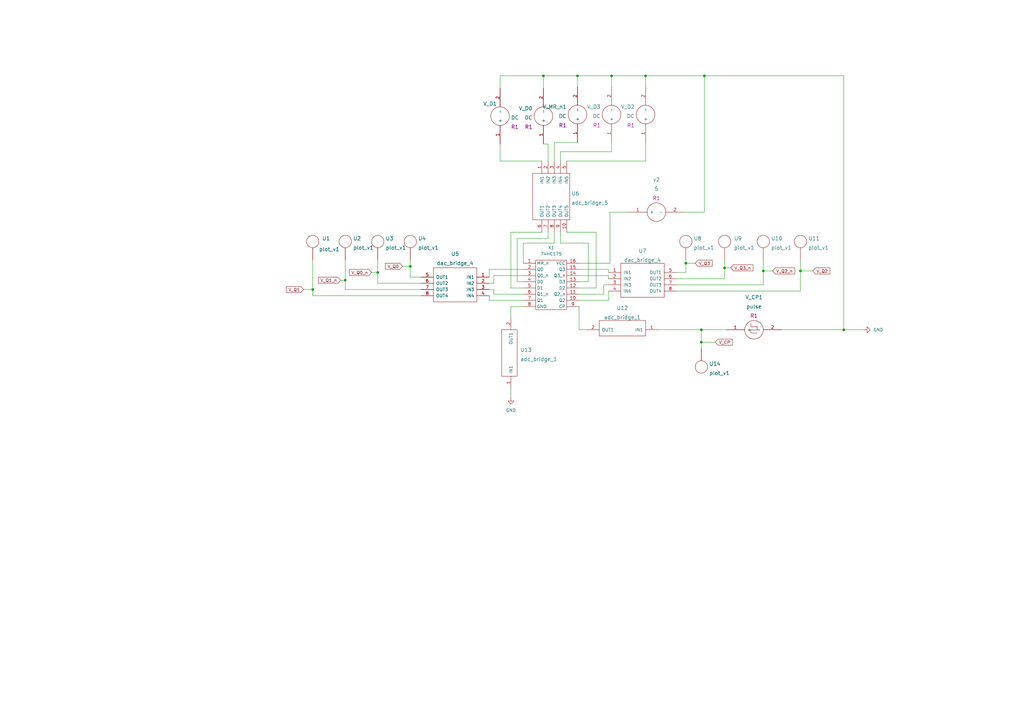
<source format=kicad_sch>
(kicad_sch (version 20211123) (generator eeschema)
  (paper "A3")
  (lib_symbols
    (symbol "eSim_Hybrid:adc_bridge_1" (pin_names (offset 1.016))
      (property "Reference" "U" (at 0 0 0))
      (property "Value" "adc_bridge_1" (at 0 3.81 0))
      (symbol "adc_bridge_1_0_1"
        (rectangle (start -10.16 5.08) (end 8.89 -1.27))
      )
      (symbol "adc_bridge_1_1_1"
        (pin input line (at -15.24 1.27 0) (length 5.08) (name "IN1") (number "1"))
        (pin output line (at 13.97 1.27 180) (length 5.08) (name "OUT1") (number "2"))
      )
    )
    (symbol "eSim_Hybrid:adc_bridge_5" (pin_names (offset 1.016))
      (property "Reference" "U" (at 0 0 0))
      (property "Value" "adc_bridge_5" (at 0 3.81 0))
      (symbol "adc_bridge_5_0_1"
        (rectangle (start -10.16 5.08) (end 8.89 -10.16))
      )
      (symbol "adc_bridge_5_1_1"
        (pin input line (at -15.24 1.27 0) (length 5.08) (name "IN1") (number "1"))
        (pin output line (at 13.97 -8.89 180) (length 5.08) (name "OUT5") (number "10"))
        (pin input line (at -15.24 -1.27 0) (length 5.08) (name "IN2") (number "2"))
        (pin input line (at -15.24 -3.81 0) (length 5.08) (name "IN3") (number "3"))
        (pin input line (at -15.24 -6.35 0) (length 5.08) (name "IN4") (number "4"))
        (pin input line (at -15.24 -8.89 0) (length 5.08) (name "IN5") (number "5"))
        (pin output line (at 13.97 1.27 180) (length 5.08) (name "OUT1") (number "6"))
        (pin output line (at 13.97 -1.27 180) (length 5.08) (name "OUT2") (number "7"))
        (pin output line (at 13.97 -3.81 180) (length 5.08) (name "OUT3") (number "8"))
        (pin output line (at 13.97 -6.35 180) (length 5.08) (name "OUT4") (number "9"))
      )
    )
    (symbol "eSim_Hybrid:dac_bridge_4" (pin_names (offset 1.016))
      (property "Reference" "U" (at 0 0 0))
      (property "Value" "dac_bridge_4" (at 0 7.62 0))
      (symbol "dac_bridge_4_0_1"
        (rectangle (start -8.89 8.89) (end 8.89 -5.08))
      )
      (symbol "dac_bridge_4_1_1"
        (pin input line (at -13.97 5.08 0) (length 5.08) (name "IN1") (number "1"))
        (pin input line (at -13.97 2.54 0) (length 5.08) (name "IN2") (number "2"))
        (pin input line (at -13.97 0 0) (length 5.08) (name "IN3") (number "3"))
        (pin input line (at -13.97 -2.54 0) (length 5.08) (name "IN4") (number "4"))
        (pin output line (at 13.97 5.08 180) (length 5.08) (name "OUT1") (number "5"))
        (pin output line (at 13.97 2.54 180) (length 5.08) (name "OUT2") (number "6"))
        (pin output line (at 13.97 0 180) (length 5.08) (name "OUT3") (number "7"))
        (pin output line (at 13.97 -2.54 180) (length 5.08) (name "OUT4") (number "8"))
      )
    )
    (symbol "eSim_Plot:plot_v1" (pin_names (offset 1.016))
      (property "Reference" "U" (at 0 12.7 0))
      (property "Value" "plot_v1" (at 5.08 8.89 0))
      (symbol "plot_v1_0_1"
        (circle (center 0 12.7) (radius 2.54))
      )
      (symbol "plot_v1_1_1"
        (pin input line (at 0 5.08 90) (length 5.08) (name "~") (number "~"))
      )
    )
    (symbol "eSim_Power:eSim_GND" (power) (pin_names (offset 0))
      (property "Value" "eSim_GND" (at 0 -3.81 0))
      (symbol "eSim_GND_0_1"
        (polyline (pts (xy 0 0) (xy 0 -1.27) (xy 1.27 -1.27) (xy 0 -2.54) (xy -1.27 -1.27) (xy 0 -1.27)))
      )
      (symbol "eSim_GND_1_1"
        (pin power_in line (at 0 0 270) (length 0) hide (name "GND") (number "1"))
      )
    )
    (symbol "eSim_Sources:DC" (pin_names (offset 1.016))
      (property "Reference" "v" (at -5.08 2.54 0))
      (property "Value" "DC" (at -5.08 -1.27 0))
      (property "Footprint" "R1" (at -7.62 0 0))
      (symbol "DC_0_1"
        (circle (center 0 0) (radius 3.81))
      )
      (symbol "DC_1_1"
        (pin power_out line (at 0 11.43 270) (length 7.62) (name "+") (number "1"))
        (pin bidirectional line (at 0 -11.43 90) (length 7.62) (name "-") (number "2"))
      )
    )
    (symbol "eSim_Sources:pulse" (pin_names (offset 1.016))
      (property "Reference" "v" (at -5.08 2.54 0))
      (property "Value" "pulse" (at -5.08 -1.27 0))
      (property "Footprint" "R1" (at -7.62 0 0))
      (symbol "pulse_0_1"
        (arc (start -1.27 1.27) (mid -1.3491 0) (end -1.27 -1.27))
        (arc (start 0 -1.27) (mid 0.635 -1.2876) (end 1.27 -1.27))
        (circle (center 0 0) (radius 3.81))
        (arc (start 0 1.27) (mid -0.635 1.2859) (end -1.27 1.27))
        (arc (start 0 1.27) (mid -0.0703 0) (end 0 -1.27))
        (arc (start 1.27 1.27) (mid 1.2124 0) (end 1.27 -1.27))
        (arc (start 1.27 1.27) (mid 1.905 1.2556) (end 2.54 1.27))
      )
      (symbol "pulse_1_1"
        (pin passive line (at 0 11.43 270) (length 7.62) (name "+") (number "1"))
        (pin passive line (at 0 -11.43 90) (length 7.62) (name "-") (number "2"))
      )
    )
    (symbol "eSim_Subckt:74HC175"
      (property "Reference" "X" (at 0 -15.24 0))
      (property "Value" "74HC175" (at 0 7.62 0))
      (symbol "74HC175_0_1"
        (rectangle (start -6.35 6.35) (end 6.35 -13.97))
      )
      (symbol "74HC175_1_1"
        (pin input line (at -11.43 5.08 0) (length 5.03) (name "MR_n") (number "1"))
        (pin output line (at 11.43 -10.16 180) (length 5.03) (name "Q2") (number "10"))
        (pin output line (at 11.43 -7.62 180) (length 5.03) (name "Q2_n") (number "11"))
        (pin input line (at 11.43 -5.08 180) (length 5.03) (name "D2") (number "12"))
        (pin input line (at 11.43 -2.54 180) (length 5.03) (name "D3") (number "13"))
        (pin output line (at 11.43 0 180) (length 5.03) (name "Q3_n") (number "14"))
        (pin output line (at 11.43 2.54 180) (length 5.03) (name "Q3") (number "15"))
        (pin power_in line (at 11.43 5.08 180) (length 5.03) (name "VCC") (number "16"))
        (pin output line (at -11.43 2.54 0) (length 5.03) (name "Q0") (number "2"))
        (pin output line (at -11.43 0 0) (length 5.03) (name "Q0_n") (number "3"))
        (pin input line (at -11.43 -2.54 0) (length 5.03) (name "D0") (number "4"))
        (pin input line (at -11.43 -5.08 0) (length 5.03) (name "D1") (number "5"))
        (pin output line (at -11.43 -7.62 0) (length 5.03) (name "Q1_n") (number "6"))
        (pin output line (at -11.43 -10.16 0) (length 5.03) (name "Q1") (number "7"))
        (pin power_in line (at -11.43 -12.7 0) (length 5.03) (name "GND") (number "8"))
        (pin input line (at 11.43 -12.7 180) (length 5.03) (name "CP") (number "9"))
      )
    )
  )
  (junction (at 264.795 31.115))
  (junction (at 154.94 111.76))
  (junction (at 281.305 107.95))
  (junction (at 288.925 31.115))
  (junction (at 222.885 31.115))
  (junction (at 250.825 31.115))
  (junction (at 168.275 109.22))
  (junction (at 313.055 111.125))
  (junction (at 287.655 135.255))
  (junction (at 346.075 135.255))
  (junction (at 297.18 109.855))
  (junction (at 141.605 114.935))
  (junction (at 128.27 118.745))
  (junction (at 328.295 111.125))
  (junction (at 236.855 31.115))
  (junction (at 287.655 140.335))
  (wire (pts (xy 209.55 95.25) (xy 222.25 95.25)))
  (wire (pts (xy 224.79 59.055) (xy 222.885 59.055)))
  (wire (pts (xy 287.655 135.255) (xy 269.875 135.255)))
  (wire (pts (xy 209.55 118.11) (xy 209.55 95.25)))
  (wire (pts (xy 212.09 97.79) (xy 224.79 97.79)))
  (wire (pts (xy 229.87 99.695) (xy 229.87 95.25)))
  (wire (pts (xy 229.87 62.23) (xy 250.825 62.23)))
  (wire (pts (xy 205.105 66.04) (xy 205.105 59.055)))
  (wire (pts (xy 165.1 109.22) (xy 168.275 109.22)))
  (wire (pts (xy 141.605 118.745) (xy 141.605 114.935)))
  (wire (pts (xy 214.63 99.695) (xy 227.33 99.695)))
  (wire (pts (xy 277.495 114.3) (xy 297.18 114.3)))
  (wire (pts (xy 224.79 66.04) (xy 224.79 59.055)))
  (wire (pts (xy 224.79 97.79) (xy 224.79 95.25)))
  (wire (pts (xy 244.475 95.25) (xy 232.41 95.25)))
  (wire (pts (xy 209.55 125.73) (xy 209.55 130.175)))
  (wire (pts (xy 346.075 31.115) (xy 346.075 135.255)))
  (wire (pts (xy 227.33 99.695) (xy 227.33 95.25)))
  (wire (pts (xy 232.41 66.04) (xy 264.795 66.04)))
  (wire (pts (xy 214.63 115.57) (xy 212.09 115.57)))
  (wire (pts (xy 264.795 58.42) (xy 264.795 66.04)))
  (wire (pts (xy 247.65 120.65) (xy 247.65 116.84)))
  (wire (pts (xy 202.565 120.65) (xy 202.565 118.745)))
  (wire (pts (xy 287.655 140.335) (xy 293.37 140.335)))
  (wire (pts (xy 200.66 110.49) (xy 200.66 113.665)))
  (wire (pts (xy 281.305 107.95) (xy 285.115 107.95)))
  (wire (pts (xy 328.295 111.125) (xy 328.295 106.68)))
  (wire (pts (xy 152.4 111.76) (xy 154.94 111.76)))
  (wire (pts (xy 202.565 118.745) (xy 200.66 118.745)))
  (wire (pts (xy 328.295 111.125) (xy 333.375 111.125)))
  (wire (pts (xy 249.555 123.19) (xy 249.555 119.38)))
  (wire (pts (xy 214.63 120.65) (xy 202.565 120.65)))
  (wire (pts (xy 244.475 118.11) (xy 244.475 95.25)))
  (wire (pts (xy 288.925 31.115) (xy 346.075 31.115)))
  (wire (pts (xy 237.49 110.49) (xy 249.555 110.49)))
  (wire (pts (xy 281.305 107.95) (xy 281.305 106.68)))
  (wire (pts (xy 264.795 31.115) (xy 264.795 35.56)))
  (wire (pts (xy 277.495 111.76) (xy 281.305 111.76)))
  (wire (pts (xy 287.655 140.335) (xy 287.655 142.875)))
  (wire (pts (xy 229.87 66.04) (xy 229.87 62.23)))
  (wire (pts (xy 212.09 115.57) (xy 212.09 97.79)))
  (wire (pts (xy 280.67 86.995) (xy 288.925 86.995)))
  (wire (pts (xy 288.925 86.995) (xy 288.925 31.115)))
  (wire (pts (xy 297.815 135.255) (xy 287.655 135.255)))
  (wire (pts (xy 214.63 118.11) (xy 209.55 118.11)))
  (wire (pts (xy 205.105 36.195) (xy 205.105 31.115)))
  (wire (pts (xy 139.7 114.935) (xy 141.605 114.935)))
  (wire (pts (xy 222.25 66.04) (xy 205.105 66.04)))
  (wire (pts (xy 237.49 118.11) (xy 244.475 118.11)))
  (wire (pts (xy 277.495 119.38) (xy 328.295 119.38)))
  (wire (pts (xy 128.27 121.285) (xy 128.27 118.745)))
  (wire (pts (xy 172.72 118.745) (xy 141.605 118.745)))
  (wire (pts (xy 313.055 111.125) (xy 313.055 106.68)))
  (wire (pts (xy 297.18 109.855) (xy 297.18 106.68)))
  (wire (pts (xy 124.46 118.745) (xy 128.27 118.745)))
  (wire (pts (xy 313.055 116.84) (xy 313.055 111.125)))
  (wire (pts (xy 214.63 113.03) (xy 202.565 113.03)))
  (wire (pts (xy 214.63 123.19) (xy 200.66 123.19)))
  (wire (pts (xy 328.295 119.38) (xy 328.295 111.125)))
  (wire (pts (xy 237.49 135.255) (xy 237.49 125.73)))
  (wire (pts (xy 237.49 113.03) (xy 249.555 113.03)))
  (wire (pts (xy 154.94 116.205) (xy 154.94 111.76)))
  (wire (pts (xy 214.63 125.73) (xy 209.55 125.73)))
  (wire (pts (xy 277.495 116.84) (xy 313.055 116.84)))
  (wire (pts (xy 154.94 111.76) (xy 154.94 106.68)))
  (wire (pts (xy 200.66 123.19) (xy 200.66 121.285)))
  (wire (pts (xy 209.55 159.385) (xy 209.55 163.195)))
  (wire (pts (xy 247.65 116.84) (xy 249.555 116.84)))
  (wire (pts (xy 237.49 115.57) (xy 241.3 115.57)))
  (wire (pts (xy 172.72 116.205) (xy 154.94 116.205)))
  (wire (pts (xy 281.305 111.76) (xy 281.305 107.95)))
  (wire (pts (xy 205.105 31.115) (xy 222.885 31.115)))
  (wire (pts (xy 346.075 135.255) (xy 354.33 135.255)))
  (wire (pts (xy 222.885 31.115) (xy 236.855 31.115)))
  (wire (pts (xy 168.275 109.22) (xy 168.275 106.68)))
  (wire (pts (xy 250.825 62.23) (xy 250.825 58.42)))
  (wire (pts (xy 214.63 110.49) (xy 200.66 110.49)))
  (wire (pts (xy 128.27 118.745) (xy 128.27 106.68)))
  (wire (pts (xy 222.885 31.115) (xy 222.885 36.195)))
  (wire (pts (xy 250.19 107.95) (xy 250.19 86.995)))
  (wire (pts (xy 241.3 115.57) (xy 241.3 99.695)))
  (wire (pts (xy 237.49 107.95) (xy 250.19 107.95)))
  (wire (pts (xy 250.19 86.995) (xy 257.81 86.995)))
  (wire (pts (xy 287.655 135.255) (xy 287.655 140.335)))
  (wire (pts (xy 250.825 31.115) (xy 264.795 31.115)))
  (wire (pts (xy 172.72 113.665) (xy 168.275 113.665)))
  (wire (pts (xy 172.72 121.285) (xy 128.27 121.285)))
  (wire (pts (xy 227.33 66.04) (xy 227.33 58.42)))
  (wire (pts (xy 168.275 113.665) (xy 168.275 109.22)))
  (wire (pts (xy 202.565 116.205) (xy 200.66 116.205)))
  (wire (pts (xy 346.075 135.255) (xy 320.675 135.255)))
  (wire (pts (xy 250.825 31.115) (xy 250.825 35.56)))
  (wire (pts (xy 236.855 31.115) (xy 250.825 31.115)))
  (wire (pts (xy 141.605 114.935) (xy 141.605 106.68)))
  (wire (pts (xy 202.565 113.03) (xy 202.565 116.205)))
  (wire (pts (xy 236.855 31.115) (xy 236.855 35.56)))
  (wire (pts (xy 297.18 114.3) (xy 297.18 109.855)))
  (wire (pts (xy 313.055 111.125) (xy 316.865 111.125)))
  (wire (pts (xy 214.63 107.95) (xy 214.63 99.695)))
  (wire (pts (xy 297.18 109.855) (xy 299.72 109.855)))
  (wire (pts (xy 237.49 123.19) (xy 249.555 123.19)))
  (wire (pts (xy 241.3 99.695) (xy 229.87 99.695)))
  (wire (pts (xy 288.925 31.115) (xy 264.795 31.115)))
  (wire (pts (xy 237.49 120.65) (xy 247.65 120.65)))
  (wire (pts (xy 227.33 58.42) (xy 236.855 58.42)))
  (wire (pts (xy 249.555 110.49) (xy 249.555 111.76)))
  (wire (pts (xy 249.555 113.03) (xy 249.555 114.3)))
  (wire (pts (xy 240.665 135.255) (xy 237.49 135.255)))
  (global_label "V_Q2_n" (shape input) (at 316.865 111.125 0) (property "Intersheet References" "${INTERSHEET_REFS}" (effects hide)))
  (global_label "V_Q0" (shape input) (at 165.1 109.22 180) (property "Intersheet References" "${INTERSHEET_REFS}" (effects hide)))
  (global_label "V_CP" (shape input) (at 293.37 140.335 0) (property "Intersheet References" "${INTERSHEET_REFS}" (effects hide)))
  (global_label "V_Q2" (shape input) (at 333.375 111.125 0) (property "Intersheet References" "${INTERSHEET_REFS}" (effects hide)))
  (global_label "V_Q0_n" (shape input) (at 152.4 111.76 180) (property "Intersheet References" "${INTERSHEET_REFS}" (effects hide)))
  (global_label "V_Q3_n" (shape input) (at 299.72 109.855 0) (property "Intersheet References" "${INTERSHEET_REFS}" (effects hide)))
  (global_label "V_Q3" (shape input) (at 285.115 107.95 0) (property "Intersheet References" "${INTERSHEET_REFS}" (effects hide)))
  (global_label "V_Q1" (shape input) (at 124.46 118.745 180) (property "Intersheet References" "${INTERSHEET_REFS}" (effects hide)))
  (global_label "V_Q1_n" (shape input) (at 139.7 114.935 180) (property "Intersheet References" "${INTERSHEET_REFS}" (effects hide)))
  (symbol (lib_id "eSim_Sources:DC") (at 236.855 46.99 0) (mirror x) (unit 1)
    (property "Reference" "V_MR_n1" (at 232.41 43.815 0) (effects (font (size 1.524 1.524)) (justify right)))
    (property "Value" "DC" (at 232.41 47.625 0) (effects (font (size 1.524 1.524)) (justify right)))
    (property "Footprint" "R1" (at 232.41 51.435 0) (effects (font (size 1.524 1.524)) (justify right)))
  )
  (symbol (lib_id "eSim_Plot:plot_v1") (at 313.055 111.76 0) (unit 1)
    (property "Reference" "U10" (at 316.23 97.79 0) (effects (font (size 1.524 1.524)) (justify left)))
    (property "Value" "plot_v1" (at 316.23 101.6 0) (effects (font (size 1.524 1.524)) (justify left)))
  )
  (symbol (lib_id "eSim_Hybrid:adc_bridge_1") (at 254.635 136.525 0) (mirror y) (unit 1)
    (property "Reference" "U12" (at 255.27 126.365 0) (effects (font (size 1.524 1.524))))
    (property "Value" "adc_bridge_1" (at 255.27 130.175 0) (effects (font (size 1.524 1.524))))
  )
  (symbol (lib_id "eSim_Plot:plot_v1") (at 154.94 111.76 0) (unit 1)
    (property "Reference" "U3" (at 158.115 97.79 0) (effects (font (size 1.524 1.524)) (justify left)))
    (property "Value" "plot_v1" (at 158.115 101.6 0) (effects (font (size 1.524 1.524)) (justify left)))
  )
  (symbol (lib_id "eSim_Sources:pulse") (at 309.245 135.255 90) (unit 1)
    (property "Reference" "V_CP1" (at 309.245 121.92 90) (effects (font (size 1.524 1.524))))
    (property "Value" "pulse" (at 309.245 125.73 90) (effects (font (size 1.524 1.524))))
    (property "Footprint" "R1" (at 309.245 129.54 90) (effects (font (size 1.524 1.524))))
  )
  (symbol (lib_id "eSim_Hybrid:dac_bridge_4") (at 263.525 116.84 0) (unit 1)
    (property "Reference" "U7" (at 263.525 102.87 0) (effects (font (size 1.524 1.524))))
    (property "Value" "dac_bridge_4" (at 263.525 106.68 0) (effects (font (size 1.524 1.524))))
  )
  (symbol (lib_id "eSim_Subckt:74HC175") (at 226.06 113.03 0) (unit 1)
    (property "Reference" "X1" (at 226.06 101.6 0))
    (property "Value" "74HC175" (at 226.06 104.14 0))
  )
  (symbol (lib_id "eSim_Sources:DC") (at 222.885 47.625 0) (mirror x) (unit 1)
    (property "Reference" "V_D0" (at 218.44 44.45 0) (effects (font (size 1.524 1.524)) (justify right)))
    (property "Value" "DC" (at 218.44 48.26 0) (effects (font (size 1.524 1.524)) (justify right)))
    (property "Footprint" "R1" (at 218.44 52.07 0) (effects (font (size 1.524 1.524)) (justify right)))
  )
  (symbol (lib_id "eSim_Plot:plot_v1") (at 328.295 111.76 0) (unit 1)
    (property "Reference" "U11" (at 331.47 97.79 0) (effects (font (size 1.524 1.524)) (justify left)))
    (property "Value" "plot_v1" (at 331.47 101.6 0) (effects (font (size 1.524 1.524)) (justify left)))
  )
  (symbol (lib_id "eSim_Plot:plot_v1") (at 168.275 111.76 0) (unit 1)
    (property "Reference" "U4" (at 171.45 97.79 0) (effects (font (size 1.524 1.524)) (justify left)))
    (property "Value" "plot_v1" (at 171.45 101.6 0) (effects (font (size 1.524 1.524)) (justify left)))
  )
  (symbol (lib_id "eSim_Hybrid:dac_bridge_4") (at 186.69 118.745 0) (mirror y) (unit 1)
    (property "Reference" "U5" (at 186.69 104.14 0) (effects (font (size 1.524 1.524))))
    (property "Value" "dac_bridge_4" (at 186.69 107.95 0) (effects (font (size 1.524 1.524))))
  )
  (symbol (lib_id "eSim_Hybrid:adc_bridge_5") (at 223.52 81.28 90) (mirror x) (unit 1)
    (property "Reference" "U6" (at 234.315 79.375 90) (effects (font (size 1.524 1.524)) (justify right)))
    (property "Value" "adc_bridge_5" (at 234.315 83.185 90) (effects (font (size 1.524 1.524)) (justify right)))
  )
  (symbol (lib_id "eSim_Power:eSim_GND") (at 209.55 163.195 0) (unit 1)
    (property "Reference" "#PWR02" (effects hide))
    (property "Value" "eSim_GND" (at 209.55 168.275 0))
  )
  (symbol (lib_id "eSim_Hybrid:adc_bridge_1") (at 210.82 144.145 90) (unit 1)
    (property "Reference" "U13" (at 213.36 143.51 90) (effects (font (size 1.524 1.524)) (justify right)))
    (property "Value" "adc_bridge_1" (at 213.36 147.32 90) (effects (font (size 1.524 1.524)) (justify right)))
  )
  (symbol (lib_id "eSim_Plot:plot_v1") (at 287.655 137.795 180) (unit 1)
    (property "Reference" "U14" (at 290.83 149.225 0) (effects (font (size 1.524 1.524)) (justify right)))
    (property "Value" "plot_v1" (at 290.83 153.035 0) (effects (font (size 1.524 1.524)) (justify right)))
  )
  (symbol (lib_id "eSim_Plot:plot_v1") (at 297.18 111.76 0) (unit 1)
    (property "Reference" "U9" (at 300.99 97.79 0) (effects (font (size 1.524 1.524)) (justify left)))
    (property "Value" "plot_v1" (at 300.99 101.6 0) (effects (font (size 1.524 1.524)) (justify left)))
  )
  (symbol (lib_id "eSim_Sources:DC") (at 250.825 46.99 0) (mirror x) (unit 1)
    (property "Reference" "V_D3" (at 246.38 43.815 0) (effects (font (size 1.524 1.524)) (justify right)))
    (property "Value" "DC" (at 246.38 47.625 0) (effects (font (size 1.524 1.524)) (justify right)))
    (property "Footprint" "R1" (at 246.38 51.435 0) (effects (font (size 1.524 1.524)) (justify right)))
  )
  (symbol (lib_id "eSim_Sources:DC") (at 269.24 86.995 90) (unit 1)
    (property "Reference" "v2" (at 269.24 73.66 90) (effects (font (size 1.524 1.524))))
    (property "Value" "5" (at 269.24 77.47 90) (effects (font (size 1.524 1.524))))
    (property "Footprint" "R1" (at 269.24 81.28 90) (effects (font (size 1.524 1.524))))
  )
  (symbol (lib_id "eSim_Sources:DC") (at 264.795 46.99 0) (mirror x) (unit 1)
    (property "Reference" "V_D2" (at 260.35 43.815 0) (effects (font (size 1.524 1.524)) (justify right)))
    (property "Value" "DC" (at 260.35 47.625 0) (effects (font (size 1.524 1.524)) (justify right)))
    (property "Footprint" "R1" (at 260.35 51.435 0) (effects (font (size 1.524 1.524)) (justify right)))
  )
  (symbol (lib_id "eSim_Plot:plot_v1") (at 141.605 111.76 0) (unit 1)
    (property "Reference" "U2" (at 144.78 97.79 0) (effects (font (size 1.524 1.524)) (justify left)))
    (property "Value" "plot_v1" (at 144.78 101.6 0) (effects (font (size 1.524 1.524)) (justify left)))
  )
  (symbol (lib_id "eSim_Power:eSim_GND") (at 354.33 135.255 90) (unit 1)
    (property "Reference" "#PWR01" (effects hide))
    (property "Value" "eSim_GND" (at 358.14 135.2549 90) (effects (justify right)))
  )
  (symbol (lib_id "eSim_Plot:plot_v1") (at 281.305 111.76 0) (unit 1)
    (property "Reference" "U8" (at 284.48 97.79 0) (effects (font (size 1.524 1.524)) (justify left)))
    (property "Value" "plot_v1" (at 284.48 101.6 0) (effects (font (size 1.524 1.524)) (justify left)))
  )
  (symbol (lib_id "eSim_Sources:DC") (at 205.105 47.625 180) (unit 1)
    (property "Reference" "V_D1" (at 198.12 42.545 0) (effects (font (size 1.524 1.524)) (justify right)))
    (property "Value" "DC" (at 209.55 48.26 0) (effects (font (size 1.524 1.524)) (justify right)))
    (property "Footprint" "R1" (at 209.55 52.07 0) (effects (font (size 1.524 1.524)) (justify right)))
  )
  (symbol (lib_id "eSim_Plot:plot_v1") (at 128.27 111.76 0) (unit 1)
    (property "Reference" "U1" (at 132.08 97.79 0) (effects (font (size 1.524 1.524)) (justify left)))
    (property "Value" "plot_v1" (at 130.81 102.235 0) (effects (font (size 1.524 1.524)) (justify left)))
  )
)
</source>
